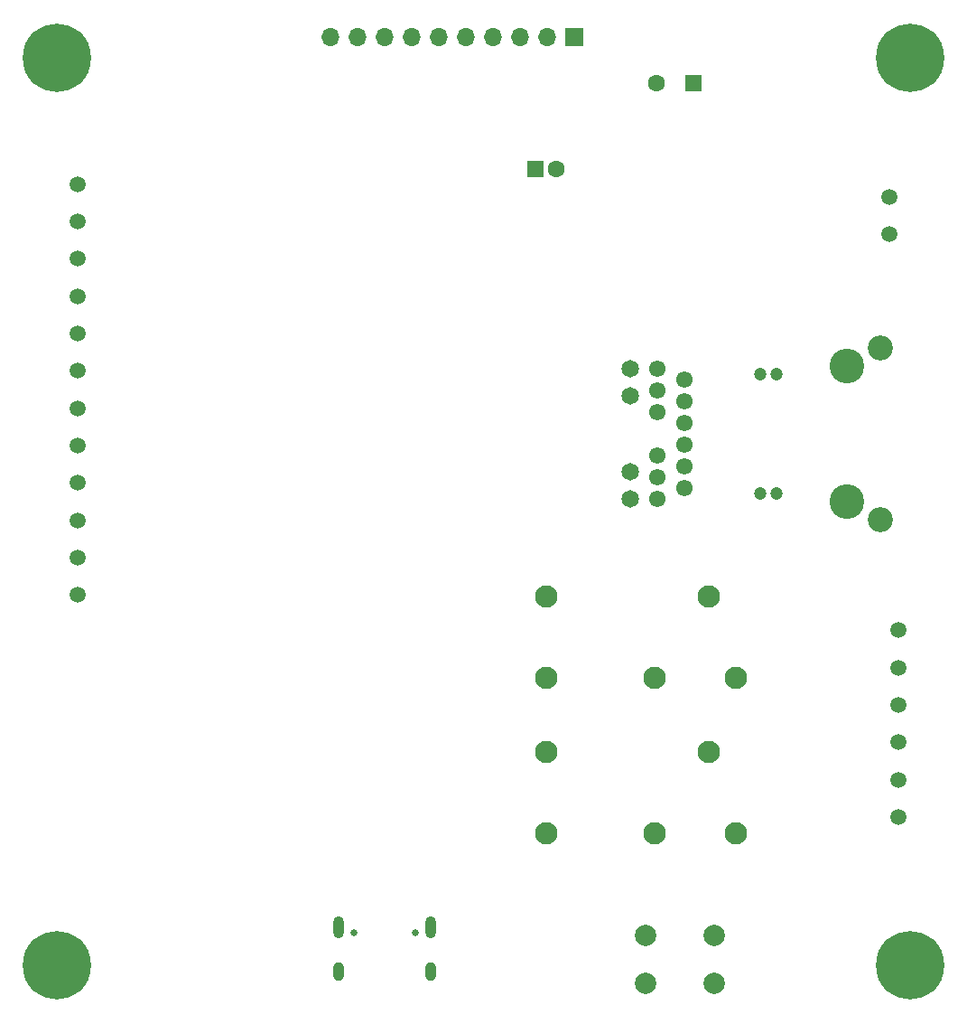
<source format=gbs>
G04 #@! TF.GenerationSoftware,KiCad,Pcbnew,7.0.8*
G04 #@! TF.CreationDate,2024-01-02T14:17:18+01:00*
G04 #@! TF.ProjectId,ESP32-POE-Wiegand-Relay-REV-B,45535033-322d-4504-9f45-2d5769656761,rev?*
G04 #@! TF.SameCoordinates,Original*
G04 #@! TF.FileFunction,Soldermask,Bot*
G04 #@! TF.FilePolarity,Negative*
%FSLAX46Y46*%
G04 Gerber Fmt 4.6, Leading zero omitted, Abs format (unit mm)*
G04 Created by KiCad (PCBNEW 7.0.8) date 2024-01-02 14:17:18*
%MOMM*%
%LPD*%
G01*
G04 APERTURE LIST*
%ADD10C,1.500000*%
%ADD11R,1.600000X1.600000*%
%ADD12C,1.600000*%
%ADD13C,6.400000*%
%ADD14R,1.700000X1.700000*%
%ADD15O,1.700000X1.700000*%
%ADD16C,0.650000*%
%ADD17O,1.000000X2.100000*%
%ADD18O,1.000000X1.800000*%
%ADD19C,3.250000*%
%ADD20C,1.550000*%
%ADD21C,1.200000*%
%ADD22C,1.650000*%
%ADD23C,2.355000*%
%ADD24C,2.100000*%
%ADD25C,2.000000*%
G04 APERTURE END LIST*
D10*
X260000000Y-40500000D03*
X260000000Y-37000000D03*
D11*
X241702651Y-26350000D03*
D12*
X238202651Y-26350000D03*
D13*
X182000000Y-109000000D03*
X262000000Y-109000000D03*
D14*
X230450000Y-22050000D03*
D15*
X227910000Y-22050000D03*
X225370000Y-22050000D03*
X222830000Y-22050000D03*
X220290000Y-22050000D03*
X217750000Y-22050000D03*
X215210000Y-22050000D03*
X212670000Y-22050000D03*
X210130000Y-22050000D03*
X207590000Y-22050000D03*
D10*
X183900000Y-35800000D03*
X183900000Y-39300000D03*
X183900000Y-42800000D03*
X183900000Y-46300000D03*
X183900000Y-49800000D03*
X183900000Y-53300000D03*
X183900000Y-56800000D03*
X183900000Y-60300000D03*
X183900000Y-63800000D03*
X183900000Y-67300000D03*
X183900000Y-70800000D03*
X183900000Y-74300000D03*
X260900000Y-95100000D03*
X260900000Y-91600000D03*
X260900000Y-88100000D03*
X260900000Y-84600000D03*
X260900000Y-81100000D03*
X260900000Y-77600000D03*
D16*
X209810000Y-105930000D03*
X215590000Y-105930000D03*
D17*
X208380000Y-105410000D03*
D18*
X208380000Y-109610000D03*
D17*
X217020000Y-105410000D03*
D18*
X217020000Y-109610000D03*
D19*
X256020000Y-52830000D03*
X256020000Y-65530000D03*
D20*
X240780000Y-54080000D03*
X240780000Y-56120000D03*
X240780000Y-58160000D03*
X240780000Y-60200000D03*
X240780000Y-62240000D03*
X240780000Y-64280000D03*
X238240000Y-53060000D03*
X238240000Y-55100000D03*
X238240000Y-57140000D03*
X238240000Y-61220000D03*
X238240000Y-63260000D03*
X238240000Y-65300000D03*
D21*
X247890000Y-53590000D03*
X247890000Y-64770000D03*
X249420000Y-53590000D03*
X249420000Y-64770000D03*
D22*
X235700000Y-53085000D03*
X235700000Y-55625000D03*
X235700000Y-62735000D03*
X235700000Y-65275000D03*
D23*
X259190000Y-51115000D03*
X259190000Y-67245000D03*
D11*
X226827621Y-34400000D03*
D12*
X228827621Y-34400000D03*
D24*
X227860000Y-96620000D03*
X238020000Y-96620000D03*
X245640000Y-96620000D03*
X243100000Y-89000000D03*
X227860000Y-89000000D03*
X227900000Y-82085000D03*
X238060000Y-82085000D03*
X245680000Y-82085000D03*
X243140000Y-74465000D03*
X227900000Y-74465000D03*
D13*
X262000000Y-24000000D03*
X182000000Y-24000000D03*
D25*
X243650000Y-110650000D03*
X237150000Y-110650000D03*
X243650000Y-106150000D03*
X237150000Y-106150000D03*
M02*

</source>
